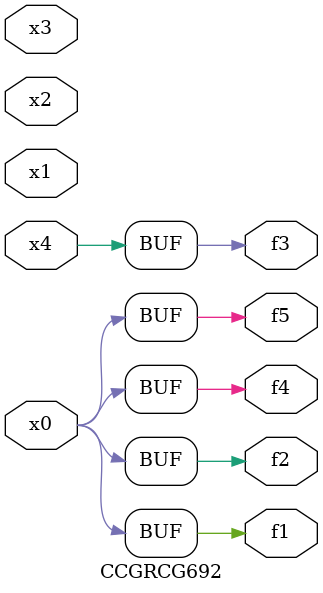
<source format=v>
module CCGRCG692(
	input x0, x1, x2, x3, x4,
	output f1, f2, f3, f4, f5
);
	assign f1 = x0;
	assign f2 = x0;
	assign f3 = x4;
	assign f4 = x0;
	assign f5 = x0;
endmodule

</source>
